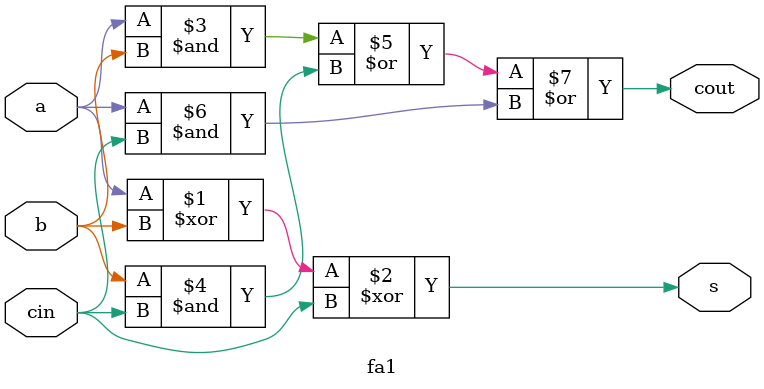
<source format=v>
`timescale 1ns / 1ps


module fa1(
    input a,b,cin,
    output s,cout
    );
    
    assign s = a^b^cin;
    assign cout = (a & b)|(b & cin) |(a & cin);
endmodule

</source>
